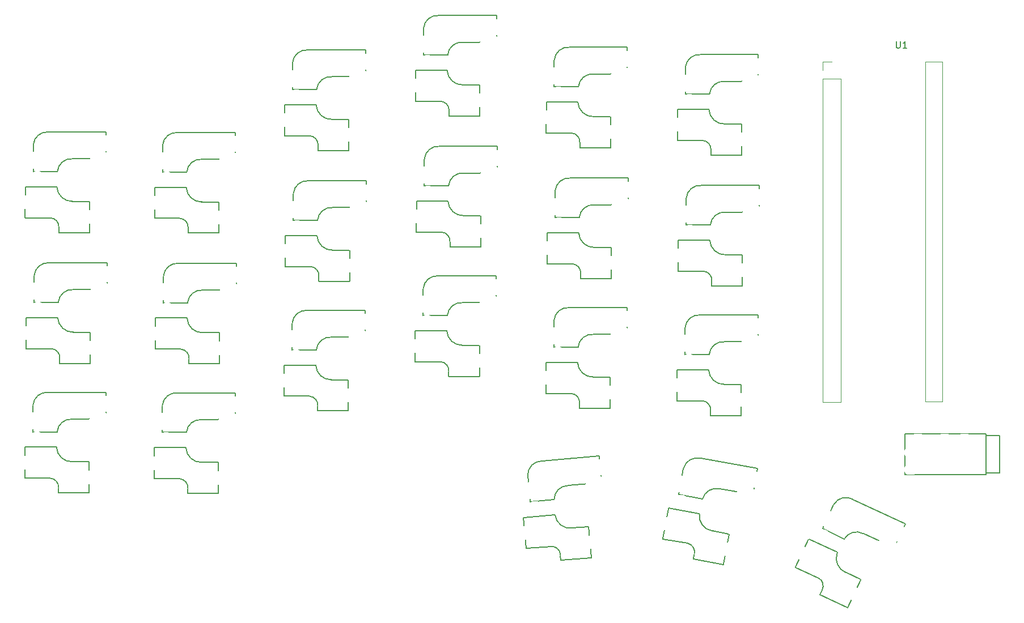
<source format=gbr>
%TF.GenerationSoftware,KiCad,Pcbnew,7.0.6*%
%TF.CreationDate,2023-08-11T19:59:34+07:00*%
%TF.ProjectId,keyboard_pcb,6b657962-6f61-4726-945f-7063622e6b69,rev1.0*%
%TF.SameCoordinates,Original*%
%TF.FileFunction,Legend,Bot*%
%TF.FilePolarity,Positive*%
%FSLAX46Y46*%
G04 Gerber Fmt 4.6, Leading zero omitted, Abs format (unit mm)*
G04 Created by KiCad (PCBNEW 7.0.6) date 2023-08-11 19:59:34*
%MOMM*%
%LPD*%
G01*
G04 APERTURE LIST*
G04 Aperture macros list*
%AMRotRect*
0 Rectangle, with rotation*
0 The origin of the aperture is its center*
0 $1 length*
0 $2 width*
0 $3 Rotation angle, in degrees counterclockwise*
0 Add horizontal line*
21,1,$1,$2,0,0,$3*%
G04 Aperture macros list end*
%ADD10C,0.150000*%
%ADD11C,0.120000*%
%ADD12R,2.400000X2.400000*%
%ADD13R,1.900000X2.000000*%
%ADD14R,2.500000X2.500000*%
%ADD15R,2.000000X2.000000*%
%ADD16C,1.900000*%
%ADD17C,1.700000*%
%ADD18C,3.000000*%
%ADD19C,0.100000*%
%ADD20C,4.000000*%
%ADD21RotRect,2.000000X2.000000X350.000000*%
%ADD22RotRect,2.500000X2.500000X350.000000*%
%ADD23RotRect,1.900000X2.000000X350.000000*%
%ADD24RotRect,2.400000X2.400000X350.000000*%
%ADD25RotRect,2.000000X2.000000X335.000000*%
%ADD26RotRect,2.500000X2.500000X335.000000*%
%ADD27RotRect,1.900000X2.000000X335.000000*%
%ADD28RotRect,2.400000X2.400000X335.000000*%
%ADD29RotRect,2.000000X2.000000X5.000000*%
%ADD30RotRect,2.500000X2.500000X5.000000*%
%ADD31RotRect,1.900000X2.000000X5.000000*%
%ADD32RotRect,2.400000X2.400000X5.000000*%
%ADD33O,2.000000X1.600000*%
%ADD34C,0.800000*%
%ADD35R,1.700000X1.700000*%
G04 APERTURE END LIST*
D10*
X215378095Y-43024819D02*
X215378095Y-43834342D01*
X215378095Y-43834342D02*
X215425714Y-43929580D01*
X215425714Y-43929580D02*
X215473333Y-43977200D01*
X215473333Y-43977200D02*
X215568571Y-44024819D01*
X215568571Y-44024819D02*
X215759047Y-44024819D01*
X215759047Y-44024819D02*
X215854285Y-43977200D01*
X215854285Y-43977200D02*
X215901904Y-43929580D01*
X215901904Y-43929580D02*
X215949523Y-43834342D01*
X215949523Y-43834342D02*
X215949523Y-43024819D01*
X216949523Y-44024819D02*
X216378095Y-44024819D01*
X216663809Y-44024819D02*
X216663809Y-43024819D01*
X216663809Y-43024819D02*
X216568571Y-43167676D01*
X216568571Y-43167676D02*
X216473333Y-43262914D01*
X216473333Y-43262914D02*
X216378095Y-43310533D01*
%TO.C,K03*%
X148306001Y-47374000D02*
G75*
G03*
X150676000Y-49543999I2269999J100000D01*
G01*
X150651000Y-43174001D02*
G75*
G03*
X148391001Y-45053999I-190001J-2069997D01*
G01*
X148596000Y-53424000D02*
G75*
G03*
X147376000Y-52004000I-1320000J100000D01*
G01*
X147051000Y-39170001D02*
G75*
G03*
X144787001Y-41054000I-190000J-2073999D01*
G01*
X155676000Y-43124000D02*
X150626000Y-43170000D01*
X155676000Y-43078000D02*
X155676000Y-39170000D01*
X155676000Y-39170000D02*
X147051000Y-39170000D01*
X153176000Y-49573999D02*
X153176000Y-54174000D01*
X153151000Y-54199000D02*
X148601000Y-54199000D01*
X153151000Y-49549000D02*
X150601000Y-49549000D01*
X148596000Y-53474000D02*
X148596000Y-54174000D01*
X148301000Y-47349000D02*
X143601000Y-47349000D01*
X147376000Y-51999000D02*
X143601000Y-51999000D01*
X144776000Y-45078000D02*
X148386000Y-45078000D01*
X144776000Y-41124000D02*
X144776000Y-45069000D01*
X143601000Y-47374000D02*
X143576001Y-51974000D01*
%TO.C,K31*%
X181342416Y-112865440D02*
X180519015Y-117391215D01*
X183584866Y-106914429D02*
X182899824Y-110799495D01*
X182898261Y-110808358D02*
X186453417Y-111435228D01*
X184256943Y-118075698D02*
X180539293Y-117420176D01*
X185975354Y-113656967D02*
X181346757Y-112840820D01*
X185202277Y-119740140D02*
X185080723Y-120429506D01*
X190369645Y-116665737D02*
X187858386Y-116222934D01*
X189562181Y-121245093D02*
X185081306Y-120454994D01*
X190389925Y-116694698D02*
X189591143Y-121224814D01*
X194658579Y-106882879D02*
X186164613Y-105385164D01*
X193979962Y-110731508D02*
X194658579Y-106882879D01*
X193971975Y-110776809D02*
X188990708Y-109945187D01*
X186164613Y-105385165D02*
G75*
G03*
X183607856Y-106847402I-547260J-2009497D01*
G01*
X185210959Y-119690900D02*
G75*
G03*
X184256074Y-118080623I-1282581J327696D01*
G01*
X189014633Y-109953468D02*
G75*
G03*
X186462510Y-111412460I-546566J-2005556D01*
G01*
X185975937Y-113682455D02*
G75*
G03*
X187933114Y-116231034I2252878J-295701D01*
G01*
%TO.C,K32*%
X202316045Y-117474383D02*
X200349344Y-121632834D01*
X206022321Y-112306536D02*
X204355092Y-115881920D01*
X204351288Y-115890077D02*
X207623060Y-117415729D01*
X203782748Y-123261441D02*
X200361436Y-121666057D01*
X206586257Y-119438031D02*
X202326611Y-117451725D01*
X204265081Y-125113839D02*
X203969248Y-125748254D01*
X210052090Y-123481607D02*
X207741005Y-122403930D01*
X208086915Y-127695938D02*
X203963215Y-125773025D01*
X210064183Y-123514829D02*
X208120138Y-127683846D01*
X216726872Y-115142149D02*
X208909967Y-111497067D01*
X215075280Y-118684000D02*
X216726872Y-115142149D01*
X215055839Y-118725690D02*
X210459545Y-116633158D01*
X208909967Y-111497067D02*
G75*
G03*
X206061874Y-112247743I-1048708J-1799385D01*
G01*
X204286212Y-125068523D02*
G75*
G03*
X203780635Y-123265972I-1154064J648487D01*
G01*
X210480512Y-116647349D02*
G75*
G03*
X207637735Y-117396090I-1047018J-1795758D01*
G01*
X206580224Y-119462802D02*
G75*
G03*
X207811091Y-122431095I2099580J-868713D01*
G01*
%TO.C,K30*%
X159721102Y-114245231D02*
X160097114Y-118829905D01*
X160346907Y-107916606D02*
X160690736Y-111846594D01*
X160691521Y-111855560D02*
X164287784Y-111540927D01*
X163884832Y-118523618D02*
X160124197Y-118852631D01*
X164401038Y-113810694D02*
X159718923Y-114220326D01*
X165228744Y-119886675D02*
X165289753Y-120584012D01*
X169424325Y-115579617D02*
X166884028Y-115801864D01*
X169829599Y-120211922D02*
X165296913Y-120608481D01*
X169451408Y-115602342D02*
X169852325Y-120184838D01*
X171035127Y-105020044D02*
X162442948Y-105771762D01*
X171375732Y-108913173D02*
X171035127Y-105020044D01*
X171379741Y-108958998D02*
X166352967Y-109444959D01*
X162442948Y-105771761D02*
G75*
G03*
X160351764Y-107845913I-8516J-2082668D01*
G01*
X165224386Y-119836866D02*
G75*
G03*
X163885268Y-118528600I-1323692J-15426D01*
G01*
X166378220Y-109446767D02*
G75*
G03*
X164290675Y-111516582I-8866J-2078679D01*
G01*
X164408198Y-113835163D02*
G75*
G03*
X166958307Y-115790346I2252646J297463D01*
G01*
%TO.C,K25*%
X187360001Y-92144000D02*
G75*
G03*
X189730000Y-94313999I2269999J100000D01*
G01*
X189705000Y-87944001D02*
G75*
G03*
X187445001Y-89823999I-190001J-2069997D01*
G01*
X187650000Y-98194000D02*
G75*
G03*
X186430000Y-96774000I-1320000J100000D01*
G01*
X186105000Y-83940001D02*
G75*
G03*
X183841001Y-85824000I-190000J-2073999D01*
G01*
X194730000Y-87894000D02*
X189680000Y-87940000D01*
X194730000Y-87848000D02*
X194730000Y-83940000D01*
X194730000Y-83940000D02*
X186105000Y-83940000D01*
X192230000Y-94343999D02*
X192230000Y-98944000D01*
X192205000Y-98969000D02*
X187655000Y-98969000D01*
X192205000Y-94319000D02*
X189655000Y-94319000D01*
X187650000Y-98244000D02*
X187650000Y-98944000D01*
X187355000Y-92119000D02*
X182655000Y-92119000D01*
X186430000Y-96769000D02*
X182655000Y-96769000D01*
X183830000Y-89848000D02*
X187440000Y-89848000D01*
X183830000Y-85894000D02*
X183830000Y-89839000D01*
X182655000Y-92144000D02*
X182630001Y-96744000D01*
%TO.C,K24*%
X167784001Y-91044000D02*
G75*
G03*
X170154000Y-93213999I2269999J100000D01*
G01*
X170129000Y-86844001D02*
G75*
G03*
X167869001Y-88723999I-190001J-2069997D01*
G01*
X168074000Y-97094000D02*
G75*
G03*
X166854000Y-95674000I-1320000J100000D01*
G01*
X166529000Y-82840001D02*
G75*
G03*
X164265001Y-84724000I-190000J-2073999D01*
G01*
X175154000Y-86794000D02*
X170104000Y-86840000D01*
X175154000Y-86748000D02*
X175154000Y-82840000D01*
X175154000Y-82840000D02*
X166529000Y-82840000D01*
X172654000Y-93243999D02*
X172654000Y-97844000D01*
X172629000Y-97869000D02*
X168079000Y-97869000D01*
X172629000Y-93219000D02*
X170079000Y-93219000D01*
X168074000Y-97144000D02*
X168074000Y-97844000D01*
X167779000Y-91019000D02*
X163079000Y-91019000D01*
X166854000Y-95669000D02*
X163079000Y-95669000D01*
X164254000Y-88748000D02*
X167864000Y-88748000D01*
X164254000Y-84794000D02*
X164254000Y-88739000D01*
X163079000Y-91044000D02*
X163054001Y-95644000D01*
%TO.C,K23*%
X148260001Y-86298000D02*
G75*
G03*
X150630000Y-88467999I2269999J100000D01*
G01*
X150605000Y-82098001D02*
G75*
G03*
X148345001Y-83977999I-190001J-2069997D01*
G01*
X148550000Y-92348000D02*
G75*
G03*
X147330000Y-90928000I-1320000J100000D01*
G01*
X147005000Y-78094001D02*
G75*
G03*
X144741001Y-79978000I-190000J-2073999D01*
G01*
X155630000Y-82048000D02*
X150580000Y-82094000D01*
X155630000Y-82002000D02*
X155630000Y-78094000D01*
X155630000Y-78094000D02*
X147005000Y-78094000D01*
X153130000Y-88497999D02*
X153130000Y-93098000D01*
X153105000Y-93123000D02*
X148555000Y-93123000D01*
X153105000Y-88473000D02*
X150555000Y-88473000D01*
X148550000Y-92398000D02*
X148550000Y-93098000D01*
X148255000Y-86273000D02*
X143555000Y-86273000D01*
X147330000Y-90923000D02*
X143555000Y-90923000D01*
X144730000Y-84002000D02*
X148340000Y-84002000D01*
X144730000Y-80048000D02*
X144730000Y-83993000D01*
X143555000Y-86298000D02*
X143530001Y-90898000D01*
%TO.C,K22*%
X128696001Y-91454000D02*
G75*
G03*
X131066000Y-93623999I2269999J100000D01*
G01*
X131041000Y-87254001D02*
G75*
G03*
X128781001Y-89133999I-190001J-2069997D01*
G01*
X128986000Y-97504000D02*
G75*
G03*
X127766000Y-96084000I-1320000J100000D01*
G01*
X127441000Y-83250001D02*
G75*
G03*
X125177001Y-85134000I-190000J-2073999D01*
G01*
X136066000Y-87204000D02*
X131016000Y-87250000D01*
X136066000Y-87158000D02*
X136066000Y-83250000D01*
X136066000Y-83250000D02*
X127441000Y-83250000D01*
X133566000Y-93653999D02*
X133566000Y-98254000D01*
X133541000Y-98279000D02*
X128991000Y-98279000D01*
X133541000Y-93629000D02*
X130991000Y-93629000D01*
X128986000Y-97554000D02*
X128986000Y-98254000D01*
X128691000Y-91429000D02*
X123991000Y-91429000D01*
X127766000Y-96079000D02*
X123991000Y-96079000D01*
X125166000Y-89158000D02*
X128776000Y-89158000D01*
X125166000Y-85204000D02*
X125166000Y-89149000D01*
X123991000Y-91454000D02*
X123966001Y-96054000D01*
%TO.C,K21*%
X109297001Y-103790000D02*
G75*
G03*
X111667000Y-105959999I2269999J100000D01*
G01*
X111642000Y-99590001D02*
G75*
G03*
X109382001Y-101469999I-190001J-2069997D01*
G01*
X109587000Y-109840000D02*
G75*
G03*
X108367000Y-108420000I-1320000J100000D01*
G01*
X108042000Y-95586001D02*
G75*
G03*
X105778001Y-97470000I-190000J-2073999D01*
G01*
X116667000Y-99540000D02*
X111617000Y-99586000D01*
X116667000Y-99494000D02*
X116667000Y-95586000D01*
X116667000Y-95586000D02*
X108042000Y-95586000D01*
X114167000Y-105989999D02*
X114167000Y-110590000D01*
X114142000Y-110615000D02*
X109592000Y-110615000D01*
X114142000Y-105965000D02*
X111592000Y-105965000D01*
X109587000Y-109890000D02*
X109587000Y-110590000D01*
X109292000Y-103765000D02*
X104592000Y-103765000D01*
X108367000Y-108415000D02*
X104592000Y-108415000D01*
X105767000Y-101494000D02*
X109377000Y-101494000D01*
X105767000Y-97540000D02*
X105767000Y-101485000D01*
X104592000Y-103790000D02*
X104567001Y-108390000D01*
%TO.C,K20*%
X89987001Y-103714000D02*
G75*
G03*
X92357000Y-105883999I2269999J100000D01*
G01*
X92332000Y-99514001D02*
G75*
G03*
X90072001Y-101393999I-190001J-2069997D01*
G01*
X90277000Y-109764000D02*
G75*
G03*
X89057000Y-108344000I-1320000J100000D01*
G01*
X88732000Y-95510001D02*
G75*
G03*
X86468001Y-97394000I-190000J-2073999D01*
G01*
X97357000Y-99464000D02*
X92307000Y-99510000D01*
X97357000Y-99418000D02*
X97357000Y-95510000D01*
X97357000Y-95510000D02*
X88732000Y-95510000D01*
X94857000Y-105913999D02*
X94857000Y-110514000D01*
X94832000Y-110539000D02*
X90282000Y-110539000D01*
X94832000Y-105889000D02*
X92282000Y-105889000D01*
X90277000Y-109814000D02*
X90277000Y-110514000D01*
X89982000Y-103689000D02*
X85282000Y-103689000D01*
X89057000Y-108339000D02*
X85282000Y-108339000D01*
X86457000Y-101418000D02*
X90067000Y-101418000D01*
X86457000Y-97464000D02*
X86457000Y-101409000D01*
X85282000Y-103714000D02*
X85257001Y-108314000D01*
%TO.C,K15*%
X182829000Y-72774000D02*
X182804001Y-77374000D01*
X184004000Y-66524000D02*
X184004000Y-70469000D01*
X184004000Y-70478000D02*
X187614000Y-70478000D01*
X186604000Y-77399000D02*
X182829000Y-77399000D01*
X187529000Y-72749000D02*
X182829000Y-72749000D01*
X187824000Y-78874000D02*
X187824000Y-79574000D01*
X192379000Y-74949000D02*
X189829000Y-74949000D01*
X192379000Y-79599000D02*
X187829000Y-79599000D01*
X192404000Y-74973999D02*
X192404000Y-79574000D01*
X194904000Y-64570000D02*
X186279000Y-64570000D01*
X194904000Y-68478000D02*
X194904000Y-64570000D01*
X194904000Y-68524000D02*
X189854000Y-68570000D01*
X186279000Y-64570001D02*
G75*
G03*
X184015001Y-66454000I-190000J-2073999D01*
G01*
X187824000Y-78824000D02*
G75*
G03*
X186604000Y-77404000I-1320000J100000D01*
G01*
X189879000Y-68574001D02*
G75*
G03*
X187619001Y-70453999I-190001J-2069997D01*
G01*
X187534001Y-72774000D02*
G75*
G03*
X189904000Y-74943999I2269999J100000D01*
G01*
%TO.C,K14*%
X163253000Y-71674000D02*
X163228001Y-76274000D01*
X164428000Y-65424000D02*
X164428000Y-69369000D01*
X164428000Y-69378000D02*
X168038000Y-69378000D01*
X167028000Y-76299000D02*
X163253000Y-76299000D01*
X167953000Y-71649000D02*
X163253000Y-71649000D01*
X168248000Y-77774000D02*
X168248000Y-78474000D01*
X172803000Y-73849000D02*
X170253000Y-73849000D01*
X172803000Y-78499000D02*
X168253000Y-78499000D01*
X172828000Y-73873999D02*
X172828000Y-78474000D01*
X175328000Y-63470000D02*
X166703000Y-63470000D01*
X175328000Y-67378000D02*
X175328000Y-63470000D01*
X175328000Y-67424000D02*
X170278000Y-67470000D01*
X166703000Y-63470001D02*
G75*
G03*
X164439001Y-65354000I-190000J-2073999D01*
G01*
X168248000Y-77724000D02*
G75*
G03*
X167028000Y-76304000I-1320000J100000D01*
G01*
X170303000Y-67474001D02*
G75*
G03*
X168043001Y-69353999I-190001J-2069997D01*
G01*
X167958001Y-71674000D02*
G75*
G03*
X170328000Y-73843999I2269999J100000D01*
G01*
%TO.C,K13*%
X143729000Y-66928000D02*
X143704001Y-71528000D01*
X144904000Y-60678000D02*
X144904000Y-64623000D01*
X144904000Y-64632000D02*
X148514000Y-64632000D01*
X147504000Y-71553000D02*
X143729000Y-71553000D01*
X148429000Y-66903000D02*
X143729000Y-66903000D01*
X148724000Y-73028000D02*
X148724000Y-73728000D01*
X153279000Y-69103000D02*
X150729000Y-69103000D01*
X153279000Y-73753000D02*
X148729000Y-73753000D01*
X153304000Y-69127999D02*
X153304000Y-73728000D01*
X155804000Y-58724000D02*
X147179000Y-58724000D01*
X155804000Y-62632000D02*
X155804000Y-58724000D01*
X155804000Y-62678000D02*
X150754000Y-62724000D01*
X147179000Y-58724001D02*
G75*
G03*
X144915001Y-60608000I-190000J-2073999D01*
G01*
X148724000Y-72978000D02*
G75*
G03*
X147504000Y-71558000I-1320000J100000D01*
G01*
X150779000Y-62728001D02*
G75*
G03*
X148519001Y-64607999I-190001J-2069997D01*
G01*
X148434001Y-66928000D02*
G75*
G03*
X150804000Y-69097999I2269999J100000D01*
G01*
%TO.C,K12*%
X124165000Y-72084000D02*
X124140001Y-76684000D01*
X125340000Y-65834000D02*
X125340000Y-69779000D01*
X125340000Y-69788000D02*
X128950000Y-69788000D01*
X127940000Y-76709000D02*
X124165000Y-76709000D01*
X128865000Y-72059000D02*
X124165000Y-72059000D01*
X129160000Y-78184000D02*
X129160000Y-78884000D01*
X133715000Y-74259000D02*
X131165000Y-74259000D01*
X133715000Y-78909000D02*
X129165000Y-78909000D01*
X133740000Y-74283999D02*
X133740000Y-78884000D01*
X136240000Y-63880000D02*
X127615000Y-63880000D01*
X136240000Y-67788000D02*
X136240000Y-63880000D01*
X136240000Y-67834000D02*
X131190000Y-67880000D01*
X127615000Y-63880001D02*
G75*
G03*
X125351001Y-65764000I-190000J-2073999D01*
G01*
X129160000Y-78134000D02*
G75*
G03*
X127940000Y-76714000I-1320000J100000D01*
G01*
X131215000Y-67884001D02*
G75*
G03*
X128955001Y-69763999I-190001J-2069997D01*
G01*
X128870001Y-72084000D02*
G75*
G03*
X131240000Y-74253999I2269999J100000D01*
G01*
%TO.C,K11*%
X104766000Y-84420000D02*
X104741001Y-89020000D01*
X105941000Y-78170000D02*
X105941000Y-82115000D01*
X105941000Y-82124000D02*
X109551000Y-82124000D01*
X108541000Y-89045000D02*
X104766000Y-89045000D01*
X109466000Y-84395000D02*
X104766000Y-84395000D01*
X109761000Y-90520000D02*
X109761000Y-91220000D01*
X114316000Y-86595000D02*
X111766000Y-86595000D01*
X114316000Y-91245000D02*
X109766000Y-91245000D01*
X114341000Y-86619999D02*
X114341000Y-91220000D01*
X116841000Y-76216000D02*
X108216000Y-76216000D01*
X116841000Y-80124000D02*
X116841000Y-76216000D01*
X116841000Y-80170000D02*
X111791000Y-80216000D01*
X108216000Y-76216001D02*
G75*
G03*
X105952001Y-78100000I-190000J-2073999D01*
G01*
X109761000Y-90470000D02*
G75*
G03*
X108541000Y-89050000I-1320000J100000D01*
G01*
X111816000Y-80220001D02*
G75*
G03*
X109556001Y-82099999I-190001J-2069997D01*
G01*
X109471001Y-84420000D02*
G75*
G03*
X111841000Y-86589999I2269999J100000D01*
G01*
%TO.C,K10*%
X85456000Y-84344000D02*
X85431001Y-88944000D01*
X86631000Y-78094000D02*
X86631000Y-82039000D01*
X86631000Y-82048000D02*
X90241000Y-82048000D01*
X89231000Y-88969000D02*
X85456000Y-88969000D01*
X90156000Y-84319000D02*
X85456000Y-84319000D01*
X90451000Y-90444000D02*
X90451000Y-91144000D01*
X95006000Y-86519000D02*
X92456000Y-86519000D01*
X95006000Y-91169000D02*
X90456000Y-91169000D01*
X95031000Y-86543999D02*
X95031000Y-91144000D01*
X97531000Y-76140000D02*
X88906000Y-76140000D01*
X97531000Y-80048000D02*
X97531000Y-76140000D01*
X97531000Y-80094000D02*
X92481000Y-80140000D01*
X88906000Y-76140001D02*
G75*
G03*
X86642001Y-78024000I-190000J-2073999D01*
G01*
X90451000Y-90394000D02*
G75*
G03*
X89231000Y-88974000I-1320000J100000D01*
G01*
X92506000Y-80144001D02*
G75*
G03*
X90246001Y-82023999I-190001J-2069997D01*
G01*
X90161001Y-84344000D02*
G75*
G03*
X92531000Y-86513999I2269999J100000D01*
G01*
%TO.C,K05*%
X187406001Y-53220000D02*
G75*
G03*
X189776000Y-55389999I2269999J100000D01*
G01*
X189751000Y-49020001D02*
G75*
G03*
X187491001Y-50899999I-190001J-2069997D01*
G01*
X187696000Y-59270000D02*
G75*
G03*
X186476000Y-57850000I-1320000J100000D01*
G01*
X186151000Y-45016001D02*
G75*
G03*
X183887001Y-46900000I-190000J-2073999D01*
G01*
X194776000Y-48970000D02*
X189726000Y-49016000D01*
X194776000Y-48924000D02*
X194776000Y-45016000D01*
X194776000Y-45016000D02*
X186151000Y-45016000D01*
X192276000Y-55419999D02*
X192276000Y-60020000D01*
X192251000Y-60045000D02*
X187701000Y-60045000D01*
X192251000Y-55395000D02*
X189701000Y-55395000D01*
X187696000Y-59320000D02*
X187696000Y-60020000D01*
X187401000Y-53195000D02*
X182701000Y-53195000D01*
X186476000Y-57845000D02*
X182701000Y-57845000D01*
X183876000Y-50924000D02*
X187486000Y-50924000D01*
X183876000Y-46970000D02*
X183876000Y-50915000D01*
X182701000Y-53220000D02*
X182676001Y-57820000D01*
%TO.C,K04*%
X167830001Y-52120000D02*
G75*
G03*
X170200000Y-54289999I2269999J100000D01*
G01*
X170175000Y-47920001D02*
G75*
G03*
X167915001Y-49799999I-190001J-2069997D01*
G01*
X168120000Y-58170000D02*
G75*
G03*
X166900000Y-56750000I-1320000J100000D01*
G01*
X166575000Y-43916001D02*
G75*
G03*
X164311001Y-45800000I-190000J-2073999D01*
G01*
X175200000Y-47870000D02*
X170150000Y-47916000D01*
X175200000Y-47824000D02*
X175200000Y-43916000D01*
X175200000Y-43916000D02*
X166575000Y-43916000D01*
X172700000Y-54319999D02*
X172700000Y-58920000D01*
X172675000Y-58945000D02*
X168125000Y-58945000D01*
X172675000Y-54295000D02*
X170125000Y-54295000D01*
X168120000Y-58220000D02*
X168120000Y-58920000D01*
X167825000Y-52095000D02*
X163125000Y-52095000D01*
X166900000Y-56745000D02*
X163125000Y-56745000D01*
X164300000Y-49824000D02*
X167910000Y-49824000D01*
X164300000Y-45870000D02*
X164300000Y-49815000D01*
X163125000Y-52120000D02*
X163100001Y-56720000D01*
%TO.C,K02*%
X128742001Y-52530000D02*
G75*
G03*
X131112000Y-54699999I2269999J100000D01*
G01*
X131087000Y-48330001D02*
G75*
G03*
X128827001Y-50209999I-190001J-2069997D01*
G01*
X129032000Y-58580000D02*
G75*
G03*
X127812000Y-57160000I-1320000J100000D01*
G01*
X127487000Y-44326001D02*
G75*
G03*
X125223001Y-46210000I-190000J-2073999D01*
G01*
X136112000Y-48280000D02*
X131062000Y-48326000D01*
X136112000Y-48234000D02*
X136112000Y-44326000D01*
X136112000Y-44326000D02*
X127487000Y-44326000D01*
X133612000Y-54729999D02*
X133612000Y-59330000D01*
X133587000Y-59355000D02*
X129037000Y-59355000D01*
X133587000Y-54705000D02*
X131037000Y-54705000D01*
X129032000Y-58630000D02*
X129032000Y-59330000D01*
X128737000Y-52505000D02*
X124037000Y-52505000D01*
X127812000Y-57155000D02*
X124037000Y-57155000D01*
X125212000Y-50234000D02*
X128822000Y-50234000D01*
X125212000Y-46280000D02*
X125212000Y-50225000D01*
X124037000Y-52530000D02*
X124012001Y-57130000D01*
%TO.C,K01*%
X109343001Y-64866000D02*
G75*
G03*
X111713000Y-67035999I2269999J100000D01*
G01*
X111688000Y-60666001D02*
G75*
G03*
X109428001Y-62545999I-190001J-2069997D01*
G01*
X109633000Y-70916000D02*
G75*
G03*
X108413000Y-69496000I-1320000J100000D01*
G01*
X108088000Y-56662001D02*
G75*
G03*
X105824001Y-58546000I-190000J-2073999D01*
G01*
X116713000Y-60616000D02*
X111663000Y-60662000D01*
X116713000Y-60570000D02*
X116713000Y-56662000D01*
X116713000Y-56662000D02*
X108088000Y-56662000D01*
X114213000Y-67065999D02*
X114213000Y-71666000D01*
X114188000Y-71691000D02*
X109638000Y-71691000D01*
X114188000Y-67041000D02*
X111638000Y-67041000D01*
X109633000Y-70966000D02*
X109633000Y-71666000D01*
X109338000Y-64841000D02*
X104638000Y-64841000D01*
X108413000Y-69491000D02*
X104638000Y-69491000D01*
X105813000Y-62570000D02*
X109423000Y-62570000D01*
X105813000Y-58616000D02*
X105813000Y-62561000D01*
X104638000Y-64866000D02*
X104613001Y-69466000D01*
%TO.C,K00*%
X90033001Y-64790000D02*
G75*
G03*
X92403000Y-66959999I2269999J100000D01*
G01*
X92378000Y-60590001D02*
G75*
G03*
X90118001Y-62469999I-190001J-2069997D01*
G01*
X90323000Y-70840000D02*
G75*
G03*
X89103000Y-69420000I-1320000J100000D01*
G01*
X88778000Y-56586001D02*
G75*
G03*
X86514001Y-58470000I-190000J-2073999D01*
G01*
X97403000Y-60540000D02*
X92353000Y-60586000D01*
X97403000Y-60494000D02*
X97403000Y-56586000D01*
X97403000Y-56586000D02*
X88778000Y-56586000D01*
X94903000Y-66989999D02*
X94903000Y-71590000D01*
X94878000Y-71615000D02*
X90328000Y-71615000D01*
X94878000Y-66965000D02*
X92328000Y-66965000D01*
X90323000Y-70890000D02*
X90323000Y-71590000D01*
X90028000Y-64765000D02*
X85328000Y-64765000D01*
X89103000Y-69415000D02*
X85328000Y-69415000D01*
X86503000Y-62494000D02*
X90113000Y-62494000D01*
X86503000Y-58540000D02*
X86503000Y-62485000D01*
X85328000Y-64790000D02*
X85303001Y-69390000D01*
%TO.C,J1*%
X228780000Y-101694000D02*
X216680000Y-101694000D01*
X228780000Y-107794000D02*
X216680000Y-107794000D01*
X228780000Y-101944000D02*
X230780000Y-101944000D01*
X216680000Y-101694000D02*
X216680000Y-107794000D01*
X228780000Y-107544000D02*
X230780000Y-107544000D01*
X228780000Y-101694000D02*
X228780000Y-107794000D01*
X230780000Y-101944000D02*
X230780000Y-107544000D01*
D11*
%TO.C,U1*%
X204430000Y-47380000D02*
X204430000Y-46050000D01*
X207090000Y-96970000D02*
X204430000Y-96970000D01*
X207090000Y-48650000D02*
X207090000Y-96970000D01*
X204430000Y-46050000D02*
X205760000Y-46050000D01*
X219730000Y-96910000D02*
X219730000Y-46110000D01*
X219730000Y-46110000D02*
X222270000Y-46110000D01*
X222270000Y-96910000D02*
X219730000Y-96910000D01*
X204430000Y-96970000D02*
X204430000Y-48650000D01*
X204430000Y-48650000D02*
X207090000Y-48650000D01*
X222270000Y-46110000D02*
X222270000Y-96910000D01*
%TD*%
%LPC*%
D12*
%TO.C,K03*%
X156576000Y-40894000D03*
D13*
X153676000Y-51874000D03*
D14*
X143976000Y-43434000D03*
D15*
X142776000Y-49674000D03*
D16*
X156376000Y-45974000D03*
D17*
X155956000Y-45974000D03*
D18*
X155876000Y-49674000D03*
D19*
X154701000Y-43394000D03*
D18*
X154686000Y-43434000D03*
X154686000Y-43434000D03*
X153416000Y-40894000D03*
X150876000Y-51874000D03*
D20*
X150876000Y-45974000D03*
D18*
X148336000Y-40894000D03*
X147066000Y-43433999D03*
D19*
X147051000Y-43394000D03*
D18*
X145876000Y-49674000D03*
D17*
X145796000Y-45974000D03*
D16*
X145376000Y-45974000D03*
%TD*%
%TO.C,K31*%
X183333557Y-111794935D03*
D17*
X183747177Y-111867867D03*
D18*
X183183463Y-115525548D03*
D19*
X185431123Y-109544992D03*
D18*
X185438949Y-109586988D03*
X187130721Y-107306110D03*
D20*
X188750000Y-112750000D03*
D18*
X187725476Y-118560366D03*
X192133544Y-108188243D03*
X192943184Y-110910188D03*
X192943184Y-110910188D03*
D19*
X192964902Y-110873400D03*
D18*
X193031541Y-117262030D03*
D17*
X193752823Y-113632133D03*
D16*
X194166443Y-113705065D03*
D21*
X180130559Y-114987238D03*
D22*
X182395893Y-109050416D03*
D23*
X190482937Y-119046581D03*
D24*
X195245537Y-108736971D03*
%TD*%
D16*
%TO.C,K32*%
X204516407Y-116955700D03*
D17*
X204897056Y-117133199D03*
D18*
X203405873Y-120520348D03*
D19*
X207124828Y-115325311D03*
D18*
X207121518Y-115367902D03*
X209345979Y-113602606D03*
D20*
X209501100Y-119280100D03*
D18*
X207007652Y-124627316D03*
X213950023Y-115749507D03*
X214027583Y-118588254D03*
X214027583Y-118588254D03*
D19*
X214058082Y-118558341D03*
D18*
X212468951Y-124746530D03*
D17*
X214105144Y-121427001D03*
D16*
X214485793Y-121604500D03*
D25*
X200596319Y-119210231D03*
D26*
X204321027Y-114062012D03*
D27*
X209545314Y-125810647D03*
D28*
X216813955Y-117084981D03*
%TD*%
D16*
%TO.C,K30*%
X161367329Y-112695857D03*
D17*
X161785731Y-112659251D03*
D18*
X162187903Y-116338199D03*
D19*
X162811093Y-109979688D03*
D18*
X162829523Y-110018228D03*
X163873314Y-107377207D03*
D20*
X166846400Y-112216500D03*
D18*
X167360619Y-118094049D03*
X168933983Y-106934455D03*
X170420526Y-109354102D03*
X170420526Y-109354102D03*
D19*
X170431983Y-109312947D03*
D18*
X172149850Y-115466642D03*
D17*
X171907069Y-111773749D03*
D16*
X172325471Y-111737143D03*
D29*
X159099699Y-116608382D03*
D30*
X159751281Y-110287540D03*
D31*
X170149964Y-117850013D03*
D32*
X172081959Y-106659043D03*
%TD*%
D12*
%TO.C,K25*%
X195630000Y-85664000D03*
D13*
X192730000Y-96644000D03*
D14*
X183030000Y-88204000D03*
D15*
X181830000Y-94444000D03*
D16*
X195430000Y-90744000D03*
D17*
X195010000Y-90744000D03*
D18*
X194930000Y-94444000D03*
D19*
X193755000Y-88164000D03*
D18*
X193740000Y-88204000D03*
X193740000Y-88204000D03*
X192470000Y-85664000D03*
X189930000Y-96644000D03*
D20*
X189930000Y-90744000D03*
D18*
X187390000Y-85664000D03*
X186120000Y-88203999D03*
D19*
X186105000Y-88164000D03*
D18*
X184930000Y-94444000D03*
D17*
X184850000Y-90744000D03*
D16*
X184430000Y-90744000D03*
%TD*%
D12*
%TO.C,K24*%
X176054000Y-84564000D03*
D13*
X173154000Y-95544000D03*
D14*
X163454000Y-87104000D03*
D15*
X162254000Y-93344000D03*
D16*
X175854000Y-89644000D03*
D17*
X175434000Y-89644000D03*
D18*
X175354000Y-93344000D03*
D19*
X174179000Y-87064000D03*
D18*
X174164000Y-87104000D03*
X174164000Y-87104000D03*
X172894000Y-84564000D03*
X170354000Y-95544000D03*
D20*
X170354000Y-89644000D03*
D18*
X167814000Y-84564000D03*
X166544000Y-87103999D03*
D19*
X166529000Y-87064000D03*
D18*
X165354000Y-93344000D03*
D17*
X165274000Y-89644000D03*
D16*
X164854000Y-89644000D03*
%TD*%
D12*
%TO.C,K23*%
X156530000Y-79818000D03*
D13*
X153630000Y-90798000D03*
D14*
X143930000Y-82358000D03*
D15*
X142730000Y-88598000D03*
D16*
X156330000Y-84898000D03*
D17*
X155910000Y-84898000D03*
D18*
X155830000Y-88598000D03*
D19*
X154655000Y-82318000D03*
D18*
X154640000Y-82358000D03*
X154640000Y-82358000D03*
X153370000Y-79818000D03*
X150830000Y-90798000D03*
D20*
X150830000Y-84898000D03*
D18*
X148290000Y-79818000D03*
X147020000Y-82357999D03*
D19*
X147005000Y-82318000D03*
D18*
X145830000Y-88598000D03*
D17*
X145750000Y-84898000D03*
D16*
X145330000Y-84898000D03*
%TD*%
D12*
%TO.C,K22*%
X136966000Y-84974000D03*
D13*
X134066000Y-95954000D03*
D14*
X124366000Y-87514000D03*
D15*
X123166000Y-93754000D03*
D16*
X136766000Y-90054000D03*
D17*
X136346000Y-90054000D03*
D18*
X136266000Y-93754000D03*
D19*
X135091000Y-87474000D03*
D18*
X135076000Y-87514000D03*
X135076000Y-87514000D03*
X133806000Y-84974000D03*
X131266000Y-95954000D03*
D20*
X131266000Y-90054000D03*
D18*
X128726000Y-84974000D03*
X127456000Y-87513999D03*
D19*
X127441000Y-87474000D03*
D18*
X126266000Y-93754000D03*
D17*
X126186000Y-90054000D03*
D16*
X125766000Y-90054000D03*
%TD*%
D12*
%TO.C,K21*%
X117567000Y-97310000D03*
D13*
X114667000Y-108290000D03*
D14*
X104967000Y-99850000D03*
D15*
X103767000Y-106090000D03*
D16*
X117367000Y-102390000D03*
D17*
X116947000Y-102390000D03*
D18*
X116867000Y-106090000D03*
D19*
X115692000Y-99810000D03*
D18*
X115677000Y-99850000D03*
X115677000Y-99850000D03*
X114407000Y-97310000D03*
X111867000Y-108290000D03*
D20*
X111867000Y-102390000D03*
D18*
X109327000Y-97310000D03*
X108057000Y-99849999D03*
D19*
X108042000Y-99810000D03*
D18*
X106867000Y-106090000D03*
D17*
X106787000Y-102390000D03*
D16*
X106367000Y-102390000D03*
%TD*%
D12*
%TO.C,K20*%
X98257000Y-97234000D03*
D13*
X95357000Y-108214000D03*
D14*
X85657000Y-99774000D03*
D15*
X84457000Y-106014000D03*
D16*
X98057000Y-102314000D03*
D17*
X97637000Y-102314000D03*
D18*
X97557000Y-106014000D03*
D19*
X96382000Y-99734000D03*
D18*
X96367000Y-99774000D03*
X96367000Y-99774000D03*
X95097000Y-97234000D03*
X92557000Y-108214000D03*
D20*
X92557000Y-102314000D03*
D18*
X90017000Y-97234000D03*
X88747000Y-99773999D03*
D19*
X88732000Y-99734000D03*
D18*
X87557000Y-106014000D03*
D17*
X87477000Y-102314000D03*
D16*
X87057000Y-102314000D03*
%TD*%
%TO.C,K15*%
X184604000Y-71374000D03*
D17*
X185024000Y-71374000D03*
D18*
X185104000Y-75074000D03*
D19*
X186279000Y-68794000D03*
D18*
X186294000Y-68833999D03*
X187564000Y-66294000D03*
D20*
X190104000Y-71374000D03*
D18*
X190104000Y-77274000D03*
X192644000Y-66294000D03*
X193914000Y-68834000D03*
X193914000Y-68834000D03*
D19*
X193929000Y-68794000D03*
D18*
X195104000Y-75074000D03*
D17*
X195184000Y-71374000D03*
D16*
X195604000Y-71374000D03*
D15*
X182004000Y-75074000D03*
D14*
X183204000Y-68834000D03*
D13*
X192904000Y-77274000D03*
D12*
X195804000Y-66294000D03*
%TD*%
D16*
%TO.C,K14*%
X165028000Y-70274000D03*
D17*
X165448000Y-70274000D03*
D18*
X165528000Y-73974000D03*
D19*
X166703000Y-67694000D03*
D18*
X166718000Y-67733999D03*
X167988000Y-65194000D03*
D20*
X170528000Y-70274000D03*
D18*
X170528000Y-76174000D03*
X173068000Y-65194000D03*
X174338000Y-67734000D03*
X174338000Y-67734000D03*
D19*
X174353000Y-67694000D03*
D18*
X175528000Y-73974000D03*
D17*
X175608000Y-70274000D03*
D16*
X176028000Y-70274000D03*
D15*
X162428000Y-73974000D03*
D14*
X163628000Y-67734000D03*
D13*
X173328000Y-76174000D03*
D12*
X176228000Y-65194000D03*
%TD*%
D16*
%TO.C,K13*%
X145504000Y-65528000D03*
D17*
X145924000Y-65528000D03*
D18*
X146004000Y-69228000D03*
D19*
X147179000Y-62948000D03*
D18*
X147194000Y-62987999D03*
X148464000Y-60448000D03*
D20*
X151004000Y-65528000D03*
D18*
X151004000Y-71428000D03*
X153544000Y-60448000D03*
X154814000Y-62988000D03*
X154814000Y-62988000D03*
D19*
X154829000Y-62948000D03*
D18*
X156004000Y-69228000D03*
D17*
X156084000Y-65528000D03*
D16*
X156504000Y-65528000D03*
D15*
X142904000Y-69228000D03*
D14*
X144104000Y-62988000D03*
D13*
X153804000Y-71428000D03*
D12*
X156704000Y-60448000D03*
%TD*%
D16*
%TO.C,K12*%
X125940000Y-70684000D03*
D17*
X126360000Y-70684000D03*
D18*
X126440000Y-74384000D03*
D19*
X127615000Y-68104000D03*
D18*
X127630000Y-68143999D03*
X128900000Y-65604000D03*
D20*
X131440000Y-70684000D03*
D18*
X131440000Y-76584000D03*
X133980000Y-65604000D03*
X135250000Y-68144000D03*
X135250000Y-68144000D03*
D19*
X135265000Y-68104000D03*
D18*
X136440000Y-74384000D03*
D17*
X136520000Y-70684000D03*
D16*
X136940000Y-70684000D03*
D15*
X123340000Y-74384000D03*
D14*
X124540000Y-68144000D03*
D13*
X134240000Y-76584000D03*
D12*
X137140000Y-65604000D03*
%TD*%
D16*
%TO.C,K11*%
X106541000Y-83020000D03*
D17*
X106961000Y-83020000D03*
D18*
X107041000Y-86720000D03*
D19*
X108216000Y-80440000D03*
D18*
X108231000Y-80479999D03*
X109501000Y-77940000D03*
D20*
X112041000Y-83020000D03*
D18*
X112041000Y-88920000D03*
X114581000Y-77940000D03*
X115851000Y-80480000D03*
X115851000Y-80480000D03*
D19*
X115866000Y-80440000D03*
D18*
X117041000Y-86720000D03*
D17*
X117121000Y-83020000D03*
D16*
X117541000Y-83020000D03*
D15*
X103941000Y-86720000D03*
D14*
X105141000Y-80480000D03*
D13*
X114841000Y-88920000D03*
D12*
X117741000Y-77940000D03*
%TD*%
D16*
%TO.C,K10*%
X87231000Y-82944000D03*
D17*
X87651000Y-82944000D03*
D18*
X87731000Y-86644000D03*
D19*
X88906000Y-80364000D03*
D18*
X88921000Y-80403999D03*
X90191000Y-77864000D03*
D20*
X92731000Y-82944000D03*
D18*
X92731000Y-88844000D03*
X95271000Y-77864000D03*
X96541000Y-80404000D03*
X96541000Y-80404000D03*
D19*
X96556000Y-80364000D03*
D18*
X97731000Y-86644000D03*
D17*
X97811000Y-82944000D03*
D16*
X98231000Y-82944000D03*
D15*
X84631000Y-86644000D03*
D14*
X85831000Y-80404000D03*
D13*
X95531000Y-88844000D03*
D12*
X98431000Y-77864000D03*
%TD*%
%TO.C,K05*%
X195676000Y-46740000D03*
D13*
X192776000Y-57720000D03*
D14*
X183076000Y-49280000D03*
D15*
X181876000Y-55520000D03*
D16*
X195476000Y-51820000D03*
D17*
X195056000Y-51820000D03*
D18*
X194976000Y-55520000D03*
D19*
X193801000Y-49240000D03*
D18*
X193786000Y-49280000D03*
X193786000Y-49280000D03*
X192516000Y-46740000D03*
X189976000Y-57720000D03*
D20*
X189976000Y-51820000D03*
D18*
X187436000Y-46740000D03*
X186166000Y-49279999D03*
D19*
X186151000Y-49240000D03*
D18*
X184976000Y-55520000D03*
D17*
X184896000Y-51820000D03*
D16*
X184476000Y-51820000D03*
%TD*%
D12*
%TO.C,K04*%
X176100000Y-45640000D03*
D13*
X173200000Y-56620000D03*
D14*
X163500000Y-48180000D03*
D15*
X162300000Y-54420000D03*
D16*
X175900000Y-50720000D03*
D17*
X175480000Y-50720000D03*
D18*
X175400000Y-54420000D03*
D19*
X174225000Y-48140000D03*
D18*
X174210000Y-48180000D03*
X174210000Y-48180000D03*
X172940000Y-45640000D03*
X170400000Y-56620000D03*
D20*
X170400000Y-50720000D03*
D18*
X167860000Y-45640000D03*
X166590000Y-48179999D03*
D19*
X166575000Y-48140000D03*
D18*
X165400000Y-54420000D03*
D17*
X165320000Y-50720000D03*
D16*
X164900000Y-50720000D03*
%TD*%
D12*
%TO.C,K02*%
X137012000Y-46050000D03*
D13*
X134112000Y-57030000D03*
D14*
X124412000Y-48590000D03*
D15*
X123212000Y-54830000D03*
D16*
X136812000Y-51130000D03*
D17*
X136392000Y-51130000D03*
D18*
X136312000Y-54830000D03*
D19*
X135137000Y-48550000D03*
D18*
X135122000Y-48590000D03*
X135122000Y-48590000D03*
X133852000Y-46050000D03*
X131312000Y-57030000D03*
D20*
X131312000Y-51130000D03*
D18*
X128772000Y-46050000D03*
X127502000Y-48589999D03*
D19*
X127487000Y-48550000D03*
D18*
X126312000Y-54830000D03*
D17*
X126232000Y-51130000D03*
D16*
X125812000Y-51130000D03*
%TD*%
D12*
%TO.C,K01*%
X117613000Y-58386000D03*
D13*
X114713000Y-69366000D03*
D14*
X105013000Y-60926000D03*
D15*
X103813000Y-67166000D03*
D16*
X117413000Y-63466000D03*
D17*
X116993000Y-63466000D03*
D18*
X116913000Y-67166000D03*
D19*
X115738000Y-60886000D03*
D18*
X115723000Y-60926000D03*
X115723000Y-60926000D03*
X114453000Y-58386000D03*
X111913000Y-69366000D03*
D20*
X111913000Y-63466000D03*
D18*
X109373000Y-58386000D03*
X108103000Y-60925999D03*
D19*
X108088000Y-60886000D03*
D18*
X106913000Y-67166000D03*
D17*
X106833000Y-63466000D03*
D16*
X106413000Y-63466000D03*
%TD*%
D12*
%TO.C,K00*%
X98303000Y-58310000D03*
D13*
X95403000Y-69290000D03*
D14*
X85703000Y-60850000D03*
D15*
X84503000Y-67090000D03*
D16*
X98103000Y-63390000D03*
D17*
X97683000Y-63390000D03*
D18*
X97603000Y-67090000D03*
D19*
X96428000Y-60810000D03*
D18*
X96413000Y-60850000D03*
X96413000Y-60850000D03*
X95143000Y-58310000D03*
X92603000Y-69290000D03*
D20*
X92603000Y-63390000D03*
D18*
X90063000Y-58310000D03*
X88793000Y-60849999D03*
D19*
X88778000Y-60810000D03*
D18*
X87603000Y-67090000D03*
D17*
X87523000Y-63390000D03*
D16*
X87103000Y-63390000D03*
%TD*%
D33*
%TO.C,J1*%
X225580000Y-102444000D03*
X222580000Y-109144000D03*
X222580000Y-102444000D03*
X225580000Y-109144000D03*
X218580000Y-102444000D03*
X218580000Y-109144000D03*
X217480000Y-107044000D03*
X217480000Y-104544000D03*
D34*
X227180000Y-104744000D03*
X220180000Y-106844000D03*
X220180000Y-104744000D03*
X227180000Y-106844000D03*
%TD*%
D17*
%TO.C,U1*%
X221000000Y-47380000D03*
X208420000Y-47360000D03*
X221000000Y-49920000D03*
X208420000Y-49900000D03*
X221000000Y-52460000D03*
X208420000Y-52440000D03*
X208420000Y-54980000D03*
X221000000Y-55000000D03*
X221000000Y-57540000D03*
X208420000Y-57520000D03*
X208420000Y-60060000D03*
X221000000Y-60080000D03*
X208420000Y-62600000D03*
X221000000Y-62620000D03*
X221000000Y-65160000D03*
X208420000Y-65140000D03*
X221000000Y-67700000D03*
X208420000Y-67680000D03*
X208420000Y-70220000D03*
X221000000Y-70240000D03*
X221000000Y-72780000D03*
X208420000Y-72760000D03*
X221000000Y-75320000D03*
X208420000Y-75300000D03*
X208420000Y-77840000D03*
X221000000Y-77860000D03*
X208420000Y-80380000D03*
X221000000Y-80400000D03*
X208420000Y-82920000D03*
X221000000Y-82940000D03*
X208420000Y-85460000D03*
X221000000Y-85480000D03*
X208420000Y-88000000D03*
X221000000Y-88020000D03*
X221000000Y-90560000D03*
X208420000Y-90540000D03*
X221000000Y-93100000D03*
X208420000Y-93080000D03*
X208420000Y-95620000D03*
X221000000Y-95640000D03*
X205760000Y-95640000D03*
X223660000Y-95620000D03*
X205760000Y-93100000D03*
X223660000Y-93080000D03*
X223660000Y-90540000D03*
X205760000Y-90560000D03*
X205760000Y-88020000D03*
X223660000Y-88000000D03*
X205760000Y-85480000D03*
X223660000Y-85460000D03*
X223660000Y-82920000D03*
X205760000Y-82940000D03*
X223660000Y-80380000D03*
X205760000Y-80400000D03*
X205760000Y-77860000D03*
X223660000Y-77840000D03*
X223660000Y-75300000D03*
X205760000Y-75320000D03*
X223660000Y-72760000D03*
X205760000Y-72780000D03*
X205760000Y-70240000D03*
X223660000Y-70220000D03*
X223660000Y-67680000D03*
X205760000Y-67700000D03*
X205760000Y-65160000D03*
X223660000Y-65140000D03*
X205760000Y-62620000D03*
X223660000Y-62600000D03*
X205760000Y-60080000D03*
X223660000Y-60060000D03*
X223660000Y-57520000D03*
X205760000Y-57540000D03*
X205760000Y-55000000D03*
X223660000Y-54980000D03*
X223660000Y-52440000D03*
X205760000Y-52460000D03*
X205760000Y-49920000D03*
X223660000Y-49900000D03*
D35*
X223660000Y-47360000D03*
X205760000Y-47380000D03*
%TD*%
%LPD*%
M02*

</source>
